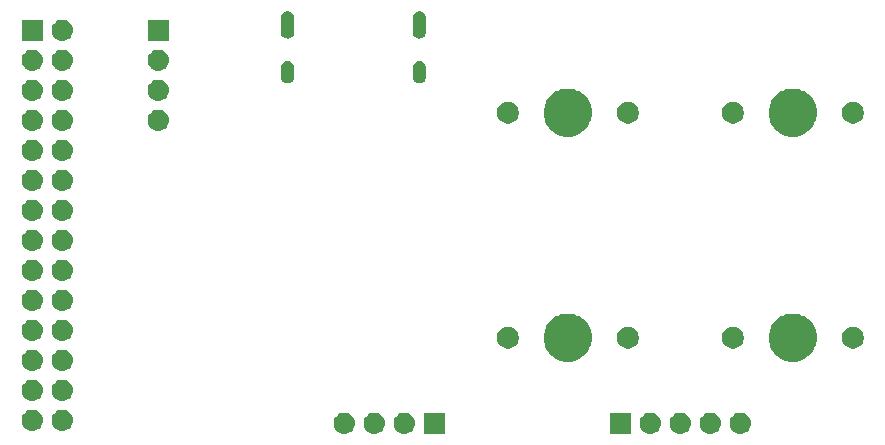
<source format=gbr>
G04 #@! TF.GenerationSoftware,KiCad,Pcbnew,5.1.0*
G04 #@! TF.CreationDate,2019-05-04T21:29:49+08:00*
G04 #@! TF.ProjectId,pcbtest,70636274-6573-4742-9e6b-696361645f70,rev?*
G04 #@! TF.SameCoordinates,Original*
G04 #@! TF.FileFunction,Soldermask,Top*
G04 #@! TF.FilePolarity,Negative*
%FSLAX46Y46*%
G04 Gerber Fmt 4.6, Leading zero omitted, Abs format (unit mm)*
G04 Created by KiCad (PCBNEW 5.1.0) date 2019-05-04 21:29:49*
%MOMM*%
%LPD*%
G04 APERTURE LIST*
%ADD10C,0.100000*%
G04 APERTURE END LIST*
D10*
G36*
X208390443Y-111119519D02*
G01*
X208456627Y-111126037D01*
X208626466Y-111177557D01*
X208782991Y-111261222D01*
X208818729Y-111290552D01*
X208920186Y-111373814D01*
X209003448Y-111475271D01*
X209032778Y-111511009D01*
X209116443Y-111667534D01*
X209167963Y-111837373D01*
X209185359Y-112014000D01*
X209167963Y-112190627D01*
X209116443Y-112360466D01*
X209032778Y-112516991D01*
X209003448Y-112552729D01*
X208920186Y-112654186D01*
X208818729Y-112737448D01*
X208782991Y-112766778D01*
X208626466Y-112850443D01*
X208456627Y-112901963D01*
X208390442Y-112908482D01*
X208324260Y-112915000D01*
X208235740Y-112915000D01*
X208169558Y-112908482D01*
X208103373Y-112901963D01*
X207933534Y-112850443D01*
X207777009Y-112766778D01*
X207741271Y-112737448D01*
X207639814Y-112654186D01*
X207556552Y-112552729D01*
X207527222Y-112516991D01*
X207443557Y-112360466D01*
X207392037Y-112190627D01*
X207374641Y-112014000D01*
X207392037Y-111837373D01*
X207443557Y-111667534D01*
X207527222Y-111511009D01*
X207556552Y-111475271D01*
X207639814Y-111373814D01*
X207741271Y-111290552D01*
X207777009Y-111261222D01*
X207933534Y-111177557D01*
X208103373Y-111126037D01*
X208169557Y-111119519D01*
X208235740Y-111113000D01*
X208324260Y-111113000D01*
X208390443Y-111119519D01*
X208390443Y-111119519D01*
G37*
G36*
X203310443Y-111119519D02*
G01*
X203376627Y-111126037D01*
X203546466Y-111177557D01*
X203702991Y-111261222D01*
X203738729Y-111290552D01*
X203840186Y-111373814D01*
X203923448Y-111475271D01*
X203952778Y-111511009D01*
X204036443Y-111667534D01*
X204087963Y-111837373D01*
X204105359Y-112014000D01*
X204087963Y-112190627D01*
X204036443Y-112360466D01*
X203952778Y-112516991D01*
X203923448Y-112552729D01*
X203840186Y-112654186D01*
X203738729Y-112737448D01*
X203702991Y-112766778D01*
X203546466Y-112850443D01*
X203376627Y-112901963D01*
X203310442Y-112908482D01*
X203244260Y-112915000D01*
X203155740Y-112915000D01*
X203089558Y-112908482D01*
X203023373Y-112901963D01*
X202853534Y-112850443D01*
X202697009Y-112766778D01*
X202661271Y-112737448D01*
X202559814Y-112654186D01*
X202476552Y-112552729D01*
X202447222Y-112516991D01*
X202363557Y-112360466D01*
X202312037Y-112190627D01*
X202294641Y-112014000D01*
X202312037Y-111837373D01*
X202363557Y-111667534D01*
X202447222Y-111511009D01*
X202476552Y-111475271D01*
X202559814Y-111373814D01*
X202661271Y-111290552D01*
X202697009Y-111261222D01*
X202853534Y-111177557D01*
X203023373Y-111126037D01*
X203089557Y-111119519D01*
X203155740Y-111113000D01*
X203244260Y-111113000D01*
X203310443Y-111119519D01*
X203310443Y-111119519D01*
G37*
G36*
X205850443Y-111119519D02*
G01*
X205916627Y-111126037D01*
X206086466Y-111177557D01*
X206242991Y-111261222D01*
X206278729Y-111290552D01*
X206380186Y-111373814D01*
X206463448Y-111475271D01*
X206492778Y-111511009D01*
X206576443Y-111667534D01*
X206627963Y-111837373D01*
X206645359Y-112014000D01*
X206627963Y-112190627D01*
X206576443Y-112360466D01*
X206492778Y-112516991D01*
X206463448Y-112552729D01*
X206380186Y-112654186D01*
X206278729Y-112737448D01*
X206242991Y-112766778D01*
X206086466Y-112850443D01*
X205916627Y-112901963D01*
X205850442Y-112908482D01*
X205784260Y-112915000D01*
X205695740Y-112915000D01*
X205629558Y-112908482D01*
X205563373Y-112901963D01*
X205393534Y-112850443D01*
X205237009Y-112766778D01*
X205201271Y-112737448D01*
X205099814Y-112654186D01*
X205016552Y-112552729D01*
X204987222Y-112516991D01*
X204903557Y-112360466D01*
X204852037Y-112190627D01*
X204834641Y-112014000D01*
X204852037Y-111837373D01*
X204903557Y-111667534D01*
X204987222Y-111511009D01*
X205016552Y-111475271D01*
X205099814Y-111373814D01*
X205201271Y-111290552D01*
X205237009Y-111261222D01*
X205393534Y-111177557D01*
X205563373Y-111126037D01*
X205629557Y-111119519D01*
X205695740Y-111113000D01*
X205784260Y-111113000D01*
X205850443Y-111119519D01*
X205850443Y-111119519D01*
G37*
G36*
X200770443Y-111119519D02*
G01*
X200836627Y-111126037D01*
X201006466Y-111177557D01*
X201162991Y-111261222D01*
X201198729Y-111290552D01*
X201300186Y-111373814D01*
X201383448Y-111475271D01*
X201412778Y-111511009D01*
X201496443Y-111667534D01*
X201547963Y-111837373D01*
X201565359Y-112014000D01*
X201547963Y-112190627D01*
X201496443Y-112360466D01*
X201412778Y-112516991D01*
X201383448Y-112552729D01*
X201300186Y-112654186D01*
X201198729Y-112737448D01*
X201162991Y-112766778D01*
X201006466Y-112850443D01*
X200836627Y-112901963D01*
X200770442Y-112908482D01*
X200704260Y-112915000D01*
X200615740Y-112915000D01*
X200549558Y-112908482D01*
X200483373Y-112901963D01*
X200313534Y-112850443D01*
X200157009Y-112766778D01*
X200121271Y-112737448D01*
X200019814Y-112654186D01*
X199936552Y-112552729D01*
X199907222Y-112516991D01*
X199823557Y-112360466D01*
X199772037Y-112190627D01*
X199754641Y-112014000D01*
X199772037Y-111837373D01*
X199823557Y-111667534D01*
X199907222Y-111511009D01*
X199936552Y-111475271D01*
X200019814Y-111373814D01*
X200121271Y-111290552D01*
X200157009Y-111261222D01*
X200313534Y-111177557D01*
X200483373Y-111126037D01*
X200549557Y-111119519D01*
X200615740Y-111113000D01*
X200704260Y-111113000D01*
X200770443Y-111119519D01*
X200770443Y-111119519D01*
G37*
G36*
X199021000Y-112915000D02*
G01*
X197219000Y-112915000D01*
X197219000Y-111113000D01*
X199021000Y-111113000D01*
X199021000Y-112915000D01*
X199021000Y-112915000D01*
G37*
G36*
X177402443Y-111119519D02*
G01*
X177468627Y-111126037D01*
X177638466Y-111177557D01*
X177794991Y-111261222D01*
X177830729Y-111290552D01*
X177932186Y-111373814D01*
X178015448Y-111475271D01*
X178044778Y-111511009D01*
X178128443Y-111667534D01*
X178179963Y-111837373D01*
X178197359Y-112014000D01*
X178179963Y-112190627D01*
X178128443Y-112360466D01*
X178044778Y-112516991D01*
X178015448Y-112552729D01*
X177932186Y-112654186D01*
X177830729Y-112737448D01*
X177794991Y-112766778D01*
X177638466Y-112850443D01*
X177468627Y-112901963D01*
X177402442Y-112908482D01*
X177336260Y-112915000D01*
X177247740Y-112915000D01*
X177181558Y-112908482D01*
X177115373Y-112901963D01*
X176945534Y-112850443D01*
X176789009Y-112766778D01*
X176753271Y-112737448D01*
X176651814Y-112654186D01*
X176568552Y-112552729D01*
X176539222Y-112516991D01*
X176455557Y-112360466D01*
X176404037Y-112190627D01*
X176386641Y-112014000D01*
X176404037Y-111837373D01*
X176455557Y-111667534D01*
X176539222Y-111511009D01*
X176568552Y-111475271D01*
X176651814Y-111373814D01*
X176753271Y-111290552D01*
X176789009Y-111261222D01*
X176945534Y-111177557D01*
X177115373Y-111126037D01*
X177181557Y-111119519D01*
X177247740Y-111113000D01*
X177336260Y-111113000D01*
X177402443Y-111119519D01*
X177402443Y-111119519D01*
G37*
G36*
X179942443Y-111119519D02*
G01*
X180008627Y-111126037D01*
X180178466Y-111177557D01*
X180334991Y-111261222D01*
X180370729Y-111290552D01*
X180472186Y-111373814D01*
X180555448Y-111475271D01*
X180584778Y-111511009D01*
X180668443Y-111667534D01*
X180719963Y-111837373D01*
X180737359Y-112014000D01*
X180719963Y-112190627D01*
X180668443Y-112360466D01*
X180584778Y-112516991D01*
X180555448Y-112552729D01*
X180472186Y-112654186D01*
X180370729Y-112737448D01*
X180334991Y-112766778D01*
X180178466Y-112850443D01*
X180008627Y-112901963D01*
X179942442Y-112908482D01*
X179876260Y-112915000D01*
X179787740Y-112915000D01*
X179721558Y-112908482D01*
X179655373Y-112901963D01*
X179485534Y-112850443D01*
X179329009Y-112766778D01*
X179293271Y-112737448D01*
X179191814Y-112654186D01*
X179108552Y-112552729D01*
X179079222Y-112516991D01*
X178995557Y-112360466D01*
X178944037Y-112190627D01*
X178926641Y-112014000D01*
X178944037Y-111837373D01*
X178995557Y-111667534D01*
X179079222Y-111511009D01*
X179108552Y-111475271D01*
X179191814Y-111373814D01*
X179293271Y-111290552D01*
X179329009Y-111261222D01*
X179485534Y-111177557D01*
X179655373Y-111126037D01*
X179721557Y-111119519D01*
X179787740Y-111113000D01*
X179876260Y-111113000D01*
X179942443Y-111119519D01*
X179942443Y-111119519D01*
G37*
G36*
X183273000Y-112915000D02*
G01*
X181471000Y-112915000D01*
X181471000Y-111113000D01*
X183273000Y-111113000D01*
X183273000Y-112915000D01*
X183273000Y-112915000D01*
G37*
G36*
X174862443Y-111119519D02*
G01*
X174928627Y-111126037D01*
X175098466Y-111177557D01*
X175254991Y-111261222D01*
X175290729Y-111290552D01*
X175392186Y-111373814D01*
X175475448Y-111475271D01*
X175504778Y-111511009D01*
X175588443Y-111667534D01*
X175639963Y-111837373D01*
X175657359Y-112014000D01*
X175639963Y-112190627D01*
X175588443Y-112360466D01*
X175504778Y-112516991D01*
X175475448Y-112552729D01*
X175392186Y-112654186D01*
X175290729Y-112737448D01*
X175254991Y-112766778D01*
X175098466Y-112850443D01*
X174928627Y-112901963D01*
X174862442Y-112908482D01*
X174796260Y-112915000D01*
X174707740Y-112915000D01*
X174641558Y-112908482D01*
X174575373Y-112901963D01*
X174405534Y-112850443D01*
X174249009Y-112766778D01*
X174213271Y-112737448D01*
X174111814Y-112654186D01*
X174028552Y-112552729D01*
X173999222Y-112516991D01*
X173915557Y-112360466D01*
X173864037Y-112190627D01*
X173846641Y-112014000D01*
X173864037Y-111837373D01*
X173915557Y-111667534D01*
X173999222Y-111511009D01*
X174028552Y-111475271D01*
X174111814Y-111373814D01*
X174213271Y-111290552D01*
X174249009Y-111261222D01*
X174405534Y-111177557D01*
X174575373Y-111126037D01*
X174641557Y-111119519D01*
X174707740Y-111113000D01*
X174796260Y-111113000D01*
X174862443Y-111119519D01*
X174862443Y-111119519D01*
G37*
G36*
X150986442Y-110865518D02*
G01*
X151052627Y-110872037D01*
X151222466Y-110923557D01*
X151378991Y-111007222D01*
X151414729Y-111036552D01*
X151516186Y-111119814D01*
X151599448Y-111221271D01*
X151628778Y-111257009D01*
X151712443Y-111413534D01*
X151763963Y-111583373D01*
X151781359Y-111760000D01*
X151763963Y-111936627D01*
X151712443Y-112106466D01*
X151628778Y-112262991D01*
X151599448Y-112298729D01*
X151516186Y-112400186D01*
X151414729Y-112483448D01*
X151378991Y-112512778D01*
X151222466Y-112596443D01*
X151052627Y-112647963D01*
X150989453Y-112654185D01*
X150920260Y-112661000D01*
X150831740Y-112661000D01*
X150762547Y-112654185D01*
X150699373Y-112647963D01*
X150529534Y-112596443D01*
X150373009Y-112512778D01*
X150337271Y-112483448D01*
X150235814Y-112400186D01*
X150152552Y-112298729D01*
X150123222Y-112262991D01*
X150039557Y-112106466D01*
X149988037Y-111936627D01*
X149970641Y-111760000D01*
X149988037Y-111583373D01*
X150039557Y-111413534D01*
X150123222Y-111257009D01*
X150152552Y-111221271D01*
X150235814Y-111119814D01*
X150337271Y-111036552D01*
X150373009Y-111007222D01*
X150529534Y-110923557D01*
X150699373Y-110872037D01*
X150765558Y-110865518D01*
X150831740Y-110859000D01*
X150920260Y-110859000D01*
X150986442Y-110865518D01*
X150986442Y-110865518D01*
G37*
G36*
X148446442Y-110865518D02*
G01*
X148512627Y-110872037D01*
X148682466Y-110923557D01*
X148838991Y-111007222D01*
X148874729Y-111036552D01*
X148976186Y-111119814D01*
X149059448Y-111221271D01*
X149088778Y-111257009D01*
X149172443Y-111413534D01*
X149223963Y-111583373D01*
X149241359Y-111760000D01*
X149223963Y-111936627D01*
X149172443Y-112106466D01*
X149088778Y-112262991D01*
X149059448Y-112298729D01*
X148976186Y-112400186D01*
X148874729Y-112483448D01*
X148838991Y-112512778D01*
X148682466Y-112596443D01*
X148512627Y-112647963D01*
X148449453Y-112654185D01*
X148380260Y-112661000D01*
X148291740Y-112661000D01*
X148222547Y-112654185D01*
X148159373Y-112647963D01*
X147989534Y-112596443D01*
X147833009Y-112512778D01*
X147797271Y-112483448D01*
X147695814Y-112400186D01*
X147612552Y-112298729D01*
X147583222Y-112262991D01*
X147499557Y-112106466D01*
X147448037Y-111936627D01*
X147430641Y-111760000D01*
X147448037Y-111583373D01*
X147499557Y-111413534D01*
X147583222Y-111257009D01*
X147612552Y-111221271D01*
X147695814Y-111119814D01*
X147797271Y-111036552D01*
X147833009Y-111007222D01*
X147989534Y-110923557D01*
X148159373Y-110872037D01*
X148225558Y-110865518D01*
X148291740Y-110859000D01*
X148380260Y-110859000D01*
X148446442Y-110865518D01*
X148446442Y-110865518D01*
G37*
G36*
X150986443Y-108325519D02*
G01*
X151052627Y-108332037D01*
X151222466Y-108383557D01*
X151378991Y-108467222D01*
X151414729Y-108496552D01*
X151516186Y-108579814D01*
X151599448Y-108681271D01*
X151628778Y-108717009D01*
X151712443Y-108873534D01*
X151763963Y-109043373D01*
X151781359Y-109220000D01*
X151763963Y-109396627D01*
X151712443Y-109566466D01*
X151628778Y-109722991D01*
X151599448Y-109758729D01*
X151516186Y-109860186D01*
X151414729Y-109943448D01*
X151378991Y-109972778D01*
X151222466Y-110056443D01*
X151052627Y-110107963D01*
X150986443Y-110114481D01*
X150920260Y-110121000D01*
X150831740Y-110121000D01*
X150765557Y-110114481D01*
X150699373Y-110107963D01*
X150529534Y-110056443D01*
X150373009Y-109972778D01*
X150337271Y-109943448D01*
X150235814Y-109860186D01*
X150152552Y-109758729D01*
X150123222Y-109722991D01*
X150039557Y-109566466D01*
X149988037Y-109396627D01*
X149970641Y-109220000D01*
X149988037Y-109043373D01*
X150039557Y-108873534D01*
X150123222Y-108717009D01*
X150152552Y-108681271D01*
X150235814Y-108579814D01*
X150337271Y-108496552D01*
X150373009Y-108467222D01*
X150529534Y-108383557D01*
X150699373Y-108332037D01*
X150765557Y-108325519D01*
X150831740Y-108319000D01*
X150920260Y-108319000D01*
X150986443Y-108325519D01*
X150986443Y-108325519D01*
G37*
G36*
X148446443Y-108325519D02*
G01*
X148512627Y-108332037D01*
X148682466Y-108383557D01*
X148838991Y-108467222D01*
X148874729Y-108496552D01*
X148976186Y-108579814D01*
X149059448Y-108681271D01*
X149088778Y-108717009D01*
X149172443Y-108873534D01*
X149223963Y-109043373D01*
X149241359Y-109220000D01*
X149223963Y-109396627D01*
X149172443Y-109566466D01*
X149088778Y-109722991D01*
X149059448Y-109758729D01*
X148976186Y-109860186D01*
X148874729Y-109943448D01*
X148838991Y-109972778D01*
X148682466Y-110056443D01*
X148512627Y-110107963D01*
X148446443Y-110114481D01*
X148380260Y-110121000D01*
X148291740Y-110121000D01*
X148225557Y-110114481D01*
X148159373Y-110107963D01*
X147989534Y-110056443D01*
X147833009Y-109972778D01*
X147797271Y-109943448D01*
X147695814Y-109860186D01*
X147612552Y-109758729D01*
X147583222Y-109722991D01*
X147499557Y-109566466D01*
X147448037Y-109396627D01*
X147430641Y-109220000D01*
X147448037Y-109043373D01*
X147499557Y-108873534D01*
X147583222Y-108717009D01*
X147612552Y-108681271D01*
X147695814Y-108579814D01*
X147797271Y-108496552D01*
X147833009Y-108467222D01*
X147989534Y-108383557D01*
X148159373Y-108332037D01*
X148225557Y-108325519D01*
X148291740Y-108319000D01*
X148380260Y-108319000D01*
X148446443Y-108325519D01*
X148446443Y-108325519D01*
G37*
G36*
X150986443Y-105785519D02*
G01*
X151052627Y-105792037D01*
X151222466Y-105843557D01*
X151378991Y-105927222D01*
X151414729Y-105956552D01*
X151516186Y-106039814D01*
X151599448Y-106141271D01*
X151628778Y-106177009D01*
X151712443Y-106333534D01*
X151763963Y-106503373D01*
X151781359Y-106680000D01*
X151763963Y-106856627D01*
X151712443Y-107026466D01*
X151628778Y-107182991D01*
X151599448Y-107218729D01*
X151516186Y-107320186D01*
X151414729Y-107403448D01*
X151378991Y-107432778D01*
X151222466Y-107516443D01*
X151052627Y-107567963D01*
X150986443Y-107574481D01*
X150920260Y-107581000D01*
X150831740Y-107581000D01*
X150765557Y-107574481D01*
X150699373Y-107567963D01*
X150529534Y-107516443D01*
X150373009Y-107432778D01*
X150337271Y-107403448D01*
X150235814Y-107320186D01*
X150152552Y-107218729D01*
X150123222Y-107182991D01*
X150039557Y-107026466D01*
X149988037Y-106856627D01*
X149970641Y-106680000D01*
X149988037Y-106503373D01*
X150039557Y-106333534D01*
X150123222Y-106177009D01*
X150152552Y-106141271D01*
X150235814Y-106039814D01*
X150337271Y-105956552D01*
X150373009Y-105927222D01*
X150529534Y-105843557D01*
X150699373Y-105792037D01*
X150765557Y-105785519D01*
X150831740Y-105779000D01*
X150920260Y-105779000D01*
X150986443Y-105785519D01*
X150986443Y-105785519D01*
G37*
G36*
X148446443Y-105785519D02*
G01*
X148512627Y-105792037D01*
X148682466Y-105843557D01*
X148838991Y-105927222D01*
X148874729Y-105956552D01*
X148976186Y-106039814D01*
X149059448Y-106141271D01*
X149088778Y-106177009D01*
X149172443Y-106333534D01*
X149223963Y-106503373D01*
X149241359Y-106680000D01*
X149223963Y-106856627D01*
X149172443Y-107026466D01*
X149088778Y-107182991D01*
X149059448Y-107218729D01*
X148976186Y-107320186D01*
X148874729Y-107403448D01*
X148838991Y-107432778D01*
X148682466Y-107516443D01*
X148512627Y-107567963D01*
X148446443Y-107574481D01*
X148380260Y-107581000D01*
X148291740Y-107581000D01*
X148225557Y-107574481D01*
X148159373Y-107567963D01*
X147989534Y-107516443D01*
X147833009Y-107432778D01*
X147797271Y-107403448D01*
X147695814Y-107320186D01*
X147612552Y-107218729D01*
X147583222Y-107182991D01*
X147499557Y-107026466D01*
X147448037Y-106856627D01*
X147430641Y-106680000D01*
X147448037Y-106503373D01*
X147499557Y-106333534D01*
X147583222Y-106177009D01*
X147612552Y-106141271D01*
X147695814Y-106039814D01*
X147797271Y-105956552D01*
X147833009Y-105927222D01*
X147989534Y-105843557D01*
X148159373Y-105792037D01*
X148225557Y-105785519D01*
X148291740Y-105779000D01*
X148380260Y-105779000D01*
X148446443Y-105785519D01*
X148446443Y-105785519D01*
G37*
G36*
X213321474Y-102808684D02*
G01*
X213539474Y-102898983D01*
X213693623Y-102962833D01*
X214028548Y-103186623D01*
X214313377Y-103471452D01*
X214537167Y-103806377D01*
X214569562Y-103884586D01*
X214691316Y-104178526D01*
X214769900Y-104573594D01*
X214769900Y-104976406D01*
X214691316Y-105371474D01*
X214640451Y-105494272D01*
X214537167Y-105743623D01*
X214313377Y-106078548D01*
X214028548Y-106363377D01*
X213693623Y-106587167D01*
X213539474Y-106651017D01*
X213321474Y-106741316D01*
X212926406Y-106819900D01*
X212523594Y-106819900D01*
X212128526Y-106741316D01*
X211910526Y-106651017D01*
X211756377Y-106587167D01*
X211421452Y-106363377D01*
X211136623Y-106078548D01*
X210912833Y-105743623D01*
X210809549Y-105494272D01*
X210758684Y-105371474D01*
X210680100Y-104976406D01*
X210680100Y-104573594D01*
X210758684Y-104178526D01*
X210880438Y-103884586D01*
X210912833Y-103806377D01*
X211136623Y-103471452D01*
X211421452Y-103186623D01*
X211756377Y-102962833D01*
X211910526Y-102898983D01*
X212128526Y-102808684D01*
X212523594Y-102730100D01*
X212926406Y-102730100D01*
X213321474Y-102808684D01*
X213321474Y-102808684D01*
G37*
G36*
X194271474Y-102808684D02*
G01*
X194489474Y-102898983D01*
X194643623Y-102962833D01*
X194978548Y-103186623D01*
X195263377Y-103471452D01*
X195487167Y-103806377D01*
X195519562Y-103884586D01*
X195641316Y-104178526D01*
X195719900Y-104573594D01*
X195719900Y-104976406D01*
X195641316Y-105371474D01*
X195590451Y-105494272D01*
X195487167Y-105743623D01*
X195263377Y-106078548D01*
X194978548Y-106363377D01*
X194643623Y-106587167D01*
X194489474Y-106651017D01*
X194271474Y-106741316D01*
X193876406Y-106819900D01*
X193473594Y-106819900D01*
X193078526Y-106741316D01*
X192860526Y-106651017D01*
X192706377Y-106587167D01*
X192371452Y-106363377D01*
X192086623Y-106078548D01*
X191862833Y-105743623D01*
X191759549Y-105494272D01*
X191708684Y-105371474D01*
X191630100Y-104976406D01*
X191630100Y-104573594D01*
X191708684Y-104178526D01*
X191830438Y-103884586D01*
X191862833Y-103806377D01*
X192086623Y-103471452D01*
X192371452Y-103186623D01*
X192706377Y-102962833D01*
X192860526Y-102898983D01*
X193078526Y-102808684D01*
X193473594Y-102730100D01*
X193876406Y-102730100D01*
X194271474Y-102808684D01*
X194271474Y-102808684D01*
G37*
G36*
X199025104Y-103884585D02*
G01*
X199193626Y-103954389D01*
X199345291Y-104055728D01*
X199474272Y-104184709D01*
X199575611Y-104336374D01*
X199645415Y-104504896D01*
X199681000Y-104683797D01*
X199681000Y-104866203D01*
X199645415Y-105045104D01*
X199575611Y-105213626D01*
X199474272Y-105365291D01*
X199345291Y-105494272D01*
X199193626Y-105595611D01*
X199025104Y-105665415D01*
X198846203Y-105701000D01*
X198663797Y-105701000D01*
X198484896Y-105665415D01*
X198316374Y-105595611D01*
X198164709Y-105494272D01*
X198035728Y-105365291D01*
X197934389Y-105213626D01*
X197864585Y-105045104D01*
X197829000Y-104866203D01*
X197829000Y-104683797D01*
X197864585Y-104504896D01*
X197934389Y-104336374D01*
X198035728Y-104184709D01*
X198164709Y-104055728D01*
X198316374Y-103954389D01*
X198484896Y-103884585D01*
X198663797Y-103849000D01*
X198846203Y-103849000D01*
X199025104Y-103884585D01*
X199025104Y-103884585D01*
G37*
G36*
X207915104Y-103884585D02*
G01*
X208083626Y-103954389D01*
X208235291Y-104055728D01*
X208364272Y-104184709D01*
X208465611Y-104336374D01*
X208535415Y-104504896D01*
X208571000Y-104683797D01*
X208571000Y-104866203D01*
X208535415Y-105045104D01*
X208465611Y-105213626D01*
X208364272Y-105365291D01*
X208235291Y-105494272D01*
X208083626Y-105595611D01*
X207915104Y-105665415D01*
X207736203Y-105701000D01*
X207553797Y-105701000D01*
X207374896Y-105665415D01*
X207206374Y-105595611D01*
X207054709Y-105494272D01*
X206925728Y-105365291D01*
X206824389Y-105213626D01*
X206754585Y-105045104D01*
X206719000Y-104866203D01*
X206719000Y-104683797D01*
X206754585Y-104504896D01*
X206824389Y-104336374D01*
X206925728Y-104184709D01*
X207054709Y-104055728D01*
X207206374Y-103954389D01*
X207374896Y-103884585D01*
X207553797Y-103849000D01*
X207736203Y-103849000D01*
X207915104Y-103884585D01*
X207915104Y-103884585D01*
G37*
G36*
X218075104Y-103884585D02*
G01*
X218243626Y-103954389D01*
X218395291Y-104055728D01*
X218524272Y-104184709D01*
X218625611Y-104336374D01*
X218695415Y-104504896D01*
X218731000Y-104683797D01*
X218731000Y-104866203D01*
X218695415Y-105045104D01*
X218625611Y-105213626D01*
X218524272Y-105365291D01*
X218395291Y-105494272D01*
X218243626Y-105595611D01*
X218075104Y-105665415D01*
X217896203Y-105701000D01*
X217713797Y-105701000D01*
X217534896Y-105665415D01*
X217366374Y-105595611D01*
X217214709Y-105494272D01*
X217085728Y-105365291D01*
X216984389Y-105213626D01*
X216914585Y-105045104D01*
X216879000Y-104866203D01*
X216879000Y-104683797D01*
X216914585Y-104504896D01*
X216984389Y-104336374D01*
X217085728Y-104184709D01*
X217214709Y-104055728D01*
X217366374Y-103954389D01*
X217534896Y-103884585D01*
X217713797Y-103849000D01*
X217896203Y-103849000D01*
X218075104Y-103884585D01*
X218075104Y-103884585D01*
G37*
G36*
X188865104Y-103884585D02*
G01*
X189033626Y-103954389D01*
X189185291Y-104055728D01*
X189314272Y-104184709D01*
X189415611Y-104336374D01*
X189485415Y-104504896D01*
X189521000Y-104683797D01*
X189521000Y-104866203D01*
X189485415Y-105045104D01*
X189415611Y-105213626D01*
X189314272Y-105365291D01*
X189185291Y-105494272D01*
X189033626Y-105595611D01*
X188865104Y-105665415D01*
X188686203Y-105701000D01*
X188503797Y-105701000D01*
X188324896Y-105665415D01*
X188156374Y-105595611D01*
X188004709Y-105494272D01*
X187875728Y-105365291D01*
X187774389Y-105213626D01*
X187704585Y-105045104D01*
X187669000Y-104866203D01*
X187669000Y-104683797D01*
X187704585Y-104504896D01*
X187774389Y-104336374D01*
X187875728Y-104184709D01*
X188004709Y-104055728D01*
X188156374Y-103954389D01*
X188324896Y-103884585D01*
X188503797Y-103849000D01*
X188686203Y-103849000D01*
X188865104Y-103884585D01*
X188865104Y-103884585D01*
G37*
G36*
X148446443Y-103245519D02*
G01*
X148512627Y-103252037D01*
X148682466Y-103303557D01*
X148838991Y-103387222D01*
X148874729Y-103416552D01*
X148976186Y-103499814D01*
X149059448Y-103601271D01*
X149088778Y-103637009D01*
X149172443Y-103793534D01*
X149223963Y-103963373D01*
X149241359Y-104140000D01*
X149223963Y-104316627D01*
X149172443Y-104486466D01*
X149088778Y-104642991D01*
X149059448Y-104678729D01*
X148976186Y-104780186D01*
X148874729Y-104863448D01*
X148838991Y-104892778D01*
X148682466Y-104976443D01*
X148512627Y-105027963D01*
X148446442Y-105034482D01*
X148380260Y-105041000D01*
X148291740Y-105041000D01*
X148225557Y-105034481D01*
X148159373Y-105027963D01*
X147989534Y-104976443D01*
X147833009Y-104892778D01*
X147797271Y-104863448D01*
X147695814Y-104780186D01*
X147612552Y-104678729D01*
X147583222Y-104642991D01*
X147499557Y-104486466D01*
X147448037Y-104316627D01*
X147430641Y-104140000D01*
X147448037Y-103963373D01*
X147499557Y-103793534D01*
X147583222Y-103637009D01*
X147612552Y-103601271D01*
X147695814Y-103499814D01*
X147797271Y-103416552D01*
X147833009Y-103387222D01*
X147989534Y-103303557D01*
X148159373Y-103252037D01*
X148225558Y-103245518D01*
X148291740Y-103239000D01*
X148380260Y-103239000D01*
X148446443Y-103245519D01*
X148446443Y-103245519D01*
G37*
G36*
X150986443Y-103245519D02*
G01*
X151052627Y-103252037D01*
X151222466Y-103303557D01*
X151378991Y-103387222D01*
X151414729Y-103416552D01*
X151516186Y-103499814D01*
X151599448Y-103601271D01*
X151628778Y-103637009D01*
X151712443Y-103793534D01*
X151763963Y-103963373D01*
X151781359Y-104140000D01*
X151763963Y-104316627D01*
X151712443Y-104486466D01*
X151628778Y-104642991D01*
X151599448Y-104678729D01*
X151516186Y-104780186D01*
X151414729Y-104863448D01*
X151378991Y-104892778D01*
X151222466Y-104976443D01*
X151052627Y-105027963D01*
X150986442Y-105034482D01*
X150920260Y-105041000D01*
X150831740Y-105041000D01*
X150765557Y-105034481D01*
X150699373Y-105027963D01*
X150529534Y-104976443D01*
X150373009Y-104892778D01*
X150337271Y-104863448D01*
X150235814Y-104780186D01*
X150152552Y-104678729D01*
X150123222Y-104642991D01*
X150039557Y-104486466D01*
X149988037Y-104316627D01*
X149970641Y-104140000D01*
X149988037Y-103963373D01*
X150039557Y-103793534D01*
X150123222Y-103637009D01*
X150152552Y-103601271D01*
X150235814Y-103499814D01*
X150337271Y-103416552D01*
X150373009Y-103387222D01*
X150529534Y-103303557D01*
X150699373Y-103252037D01*
X150765558Y-103245518D01*
X150831740Y-103239000D01*
X150920260Y-103239000D01*
X150986443Y-103245519D01*
X150986443Y-103245519D01*
G37*
G36*
X148446443Y-100705519D02*
G01*
X148512627Y-100712037D01*
X148682466Y-100763557D01*
X148838991Y-100847222D01*
X148874729Y-100876552D01*
X148976186Y-100959814D01*
X149059448Y-101061271D01*
X149088778Y-101097009D01*
X149172443Y-101253534D01*
X149223963Y-101423373D01*
X149241359Y-101600000D01*
X149223963Y-101776627D01*
X149172443Y-101946466D01*
X149088778Y-102102991D01*
X149059448Y-102138729D01*
X148976186Y-102240186D01*
X148874729Y-102323448D01*
X148838991Y-102352778D01*
X148682466Y-102436443D01*
X148512627Y-102487963D01*
X148446442Y-102494482D01*
X148380260Y-102501000D01*
X148291740Y-102501000D01*
X148225558Y-102494482D01*
X148159373Y-102487963D01*
X147989534Y-102436443D01*
X147833009Y-102352778D01*
X147797271Y-102323448D01*
X147695814Y-102240186D01*
X147612552Y-102138729D01*
X147583222Y-102102991D01*
X147499557Y-101946466D01*
X147448037Y-101776627D01*
X147430641Y-101600000D01*
X147448037Y-101423373D01*
X147499557Y-101253534D01*
X147583222Y-101097009D01*
X147612552Y-101061271D01*
X147695814Y-100959814D01*
X147797271Y-100876552D01*
X147833009Y-100847222D01*
X147989534Y-100763557D01*
X148159373Y-100712037D01*
X148225557Y-100705519D01*
X148291740Y-100699000D01*
X148380260Y-100699000D01*
X148446443Y-100705519D01*
X148446443Y-100705519D01*
G37*
G36*
X150986443Y-100705519D02*
G01*
X151052627Y-100712037D01*
X151222466Y-100763557D01*
X151378991Y-100847222D01*
X151414729Y-100876552D01*
X151516186Y-100959814D01*
X151599448Y-101061271D01*
X151628778Y-101097009D01*
X151712443Y-101253534D01*
X151763963Y-101423373D01*
X151781359Y-101600000D01*
X151763963Y-101776627D01*
X151712443Y-101946466D01*
X151628778Y-102102991D01*
X151599448Y-102138729D01*
X151516186Y-102240186D01*
X151414729Y-102323448D01*
X151378991Y-102352778D01*
X151222466Y-102436443D01*
X151052627Y-102487963D01*
X150986442Y-102494482D01*
X150920260Y-102501000D01*
X150831740Y-102501000D01*
X150765558Y-102494482D01*
X150699373Y-102487963D01*
X150529534Y-102436443D01*
X150373009Y-102352778D01*
X150337271Y-102323448D01*
X150235814Y-102240186D01*
X150152552Y-102138729D01*
X150123222Y-102102991D01*
X150039557Y-101946466D01*
X149988037Y-101776627D01*
X149970641Y-101600000D01*
X149988037Y-101423373D01*
X150039557Y-101253534D01*
X150123222Y-101097009D01*
X150152552Y-101061271D01*
X150235814Y-100959814D01*
X150337271Y-100876552D01*
X150373009Y-100847222D01*
X150529534Y-100763557D01*
X150699373Y-100712037D01*
X150765557Y-100705519D01*
X150831740Y-100699000D01*
X150920260Y-100699000D01*
X150986443Y-100705519D01*
X150986443Y-100705519D01*
G37*
G36*
X150986443Y-98165519D02*
G01*
X151052627Y-98172037D01*
X151222466Y-98223557D01*
X151378991Y-98307222D01*
X151414729Y-98336552D01*
X151516186Y-98419814D01*
X151599448Y-98521271D01*
X151628778Y-98557009D01*
X151712443Y-98713534D01*
X151763963Y-98883373D01*
X151781359Y-99060000D01*
X151763963Y-99236627D01*
X151712443Y-99406466D01*
X151628778Y-99562991D01*
X151599448Y-99598729D01*
X151516186Y-99700186D01*
X151414729Y-99783448D01*
X151378991Y-99812778D01*
X151222466Y-99896443D01*
X151052627Y-99947963D01*
X150986443Y-99954481D01*
X150920260Y-99961000D01*
X150831740Y-99961000D01*
X150765557Y-99954481D01*
X150699373Y-99947963D01*
X150529534Y-99896443D01*
X150373009Y-99812778D01*
X150337271Y-99783448D01*
X150235814Y-99700186D01*
X150152552Y-99598729D01*
X150123222Y-99562991D01*
X150039557Y-99406466D01*
X149988037Y-99236627D01*
X149970641Y-99060000D01*
X149988037Y-98883373D01*
X150039557Y-98713534D01*
X150123222Y-98557009D01*
X150152552Y-98521271D01*
X150235814Y-98419814D01*
X150337271Y-98336552D01*
X150373009Y-98307222D01*
X150529534Y-98223557D01*
X150699373Y-98172037D01*
X150765557Y-98165519D01*
X150831740Y-98159000D01*
X150920260Y-98159000D01*
X150986443Y-98165519D01*
X150986443Y-98165519D01*
G37*
G36*
X148446443Y-98165519D02*
G01*
X148512627Y-98172037D01*
X148682466Y-98223557D01*
X148838991Y-98307222D01*
X148874729Y-98336552D01*
X148976186Y-98419814D01*
X149059448Y-98521271D01*
X149088778Y-98557009D01*
X149172443Y-98713534D01*
X149223963Y-98883373D01*
X149241359Y-99060000D01*
X149223963Y-99236627D01*
X149172443Y-99406466D01*
X149088778Y-99562991D01*
X149059448Y-99598729D01*
X148976186Y-99700186D01*
X148874729Y-99783448D01*
X148838991Y-99812778D01*
X148682466Y-99896443D01*
X148512627Y-99947963D01*
X148446443Y-99954481D01*
X148380260Y-99961000D01*
X148291740Y-99961000D01*
X148225557Y-99954481D01*
X148159373Y-99947963D01*
X147989534Y-99896443D01*
X147833009Y-99812778D01*
X147797271Y-99783448D01*
X147695814Y-99700186D01*
X147612552Y-99598729D01*
X147583222Y-99562991D01*
X147499557Y-99406466D01*
X147448037Y-99236627D01*
X147430641Y-99060000D01*
X147448037Y-98883373D01*
X147499557Y-98713534D01*
X147583222Y-98557009D01*
X147612552Y-98521271D01*
X147695814Y-98419814D01*
X147797271Y-98336552D01*
X147833009Y-98307222D01*
X147989534Y-98223557D01*
X148159373Y-98172037D01*
X148225557Y-98165519D01*
X148291740Y-98159000D01*
X148380260Y-98159000D01*
X148446443Y-98165519D01*
X148446443Y-98165519D01*
G37*
G36*
X148446442Y-95625518D02*
G01*
X148512627Y-95632037D01*
X148682466Y-95683557D01*
X148838991Y-95767222D01*
X148874729Y-95796552D01*
X148976186Y-95879814D01*
X149059448Y-95981271D01*
X149088778Y-96017009D01*
X149172443Y-96173534D01*
X149223963Y-96343373D01*
X149241359Y-96520000D01*
X149223963Y-96696627D01*
X149172443Y-96866466D01*
X149088778Y-97022991D01*
X149059448Y-97058729D01*
X148976186Y-97160186D01*
X148874729Y-97243448D01*
X148838991Y-97272778D01*
X148682466Y-97356443D01*
X148512627Y-97407963D01*
X148446442Y-97414482D01*
X148380260Y-97421000D01*
X148291740Y-97421000D01*
X148225558Y-97414482D01*
X148159373Y-97407963D01*
X147989534Y-97356443D01*
X147833009Y-97272778D01*
X147797271Y-97243448D01*
X147695814Y-97160186D01*
X147612552Y-97058729D01*
X147583222Y-97022991D01*
X147499557Y-96866466D01*
X147448037Y-96696627D01*
X147430641Y-96520000D01*
X147448037Y-96343373D01*
X147499557Y-96173534D01*
X147583222Y-96017009D01*
X147612552Y-95981271D01*
X147695814Y-95879814D01*
X147797271Y-95796552D01*
X147833009Y-95767222D01*
X147989534Y-95683557D01*
X148159373Y-95632037D01*
X148225558Y-95625518D01*
X148291740Y-95619000D01*
X148380260Y-95619000D01*
X148446442Y-95625518D01*
X148446442Y-95625518D01*
G37*
G36*
X150986442Y-95625518D02*
G01*
X151052627Y-95632037D01*
X151222466Y-95683557D01*
X151378991Y-95767222D01*
X151414729Y-95796552D01*
X151516186Y-95879814D01*
X151599448Y-95981271D01*
X151628778Y-96017009D01*
X151712443Y-96173534D01*
X151763963Y-96343373D01*
X151781359Y-96520000D01*
X151763963Y-96696627D01*
X151712443Y-96866466D01*
X151628778Y-97022991D01*
X151599448Y-97058729D01*
X151516186Y-97160186D01*
X151414729Y-97243448D01*
X151378991Y-97272778D01*
X151222466Y-97356443D01*
X151052627Y-97407963D01*
X150986442Y-97414482D01*
X150920260Y-97421000D01*
X150831740Y-97421000D01*
X150765558Y-97414482D01*
X150699373Y-97407963D01*
X150529534Y-97356443D01*
X150373009Y-97272778D01*
X150337271Y-97243448D01*
X150235814Y-97160186D01*
X150152552Y-97058729D01*
X150123222Y-97022991D01*
X150039557Y-96866466D01*
X149988037Y-96696627D01*
X149970641Y-96520000D01*
X149988037Y-96343373D01*
X150039557Y-96173534D01*
X150123222Y-96017009D01*
X150152552Y-95981271D01*
X150235814Y-95879814D01*
X150337271Y-95796552D01*
X150373009Y-95767222D01*
X150529534Y-95683557D01*
X150699373Y-95632037D01*
X150765558Y-95625518D01*
X150831740Y-95619000D01*
X150920260Y-95619000D01*
X150986442Y-95625518D01*
X150986442Y-95625518D01*
G37*
G36*
X148446443Y-93085519D02*
G01*
X148512627Y-93092037D01*
X148682466Y-93143557D01*
X148838991Y-93227222D01*
X148874729Y-93256552D01*
X148976186Y-93339814D01*
X149059448Y-93441271D01*
X149088778Y-93477009D01*
X149172443Y-93633534D01*
X149223963Y-93803373D01*
X149241359Y-93980000D01*
X149223963Y-94156627D01*
X149172443Y-94326466D01*
X149088778Y-94482991D01*
X149059448Y-94518729D01*
X148976186Y-94620186D01*
X148874729Y-94703448D01*
X148838991Y-94732778D01*
X148682466Y-94816443D01*
X148512627Y-94867963D01*
X148446443Y-94874481D01*
X148380260Y-94881000D01*
X148291740Y-94881000D01*
X148225557Y-94874481D01*
X148159373Y-94867963D01*
X147989534Y-94816443D01*
X147833009Y-94732778D01*
X147797271Y-94703448D01*
X147695814Y-94620186D01*
X147612552Y-94518729D01*
X147583222Y-94482991D01*
X147499557Y-94326466D01*
X147448037Y-94156627D01*
X147430641Y-93980000D01*
X147448037Y-93803373D01*
X147499557Y-93633534D01*
X147583222Y-93477009D01*
X147612552Y-93441271D01*
X147695814Y-93339814D01*
X147797271Y-93256552D01*
X147833009Y-93227222D01*
X147989534Y-93143557D01*
X148159373Y-93092037D01*
X148225557Y-93085519D01*
X148291740Y-93079000D01*
X148380260Y-93079000D01*
X148446443Y-93085519D01*
X148446443Y-93085519D01*
G37*
G36*
X150986443Y-93085519D02*
G01*
X151052627Y-93092037D01*
X151222466Y-93143557D01*
X151378991Y-93227222D01*
X151414729Y-93256552D01*
X151516186Y-93339814D01*
X151599448Y-93441271D01*
X151628778Y-93477009D01*
X151712443Y-93633534D01*
X151763963Y-93803373D01*
X151781359Y-93980000D01*
X151763963Y-94156627D01*
X151712443Y-94326466D01*
X151628778Y-94482991D01*
X151599448Y-94518729D01*
X151516186Y-94620186D01*
X151414729Y-94703448D01*
X151378991Y-94732778D01*
X151222466Y-94816443D01*
X151052627Y-94867963D01*
X150986443Y-94874481D01*
X150920260Y-94881000D01*
X150831740Y-94881000D01*
X150765557Y-94874481D01*
X150699373Y-94867963D01*
X150529534Y-94816443D01*
X150373009Y-94732778D01*
X150337271Y-94703448D01*
X150235814Y-94620186D01*
X150152552Y-94518729D01*
X150123222Y-94482991D01*
X150039557Y-94326466D01*
X149988037Y-94156627D01*
X149970641Y-93980000D01*
X149988037Y-93803373D01*
X150039557Y-93633534D01*
X150123222Y-93477009D01*
X150152552Y-93441271D01*
X150235814Y-93339814D01*
X150337271Y-93256552D01*
X150373009Y-93227222D01*
X150529534Y-93143557D01*
X150699373Y-93092037D01*
X150765557Y-93085519D01*
X150831740Y-93079000D01*
X150920260Y-93079000D01*
X150986443Y-93085519D01*
X150986443Y-93085519D01*
G37*
G36*
X148446443Y-90545519D02*
G01*
X148512627Y-90552037D01*
X148682466Y-90603557D01*
X148838991Y-90687222D01*
X148874729Y-90716552D01*
X148976186Y-90799814D01*
X149059448Y-90901271D01*
X149088778Y-90937009D01*
X149172443Y-91093534D01*
X149223963Y-91263373D01*
X149241359Y-91440000D01*
X149223963Y-91616627D01*
X149172443Y-91786466D01*
X149088778Y-91942991D01*
X149059448Y-91978729D01*
X148976186Y-92080186D01*
X148874729Y-92163448D01*
X148838991Y-92192778D01*
X148682466Y-92276443D01*
X148512627Y-92327963D01*
X148446443Y-92334481D01*
X148380260Y-92341000D01*
X148291740Y-92341000D01*
X148225557Y-92334481D01*
X148159373Y-92327963D01*
X147989534Y-92276443D01*
X147833009Y-92192778D01*
X147797271Y-92163448D01*
X147695814Y-92080186D01*
X147612552Y-91978729D01*
X147583222Y-91942991D01*
X147499557Y-91786466D01*
X147448037Y-91616627D01*
X147430641Y-91440000D01*
X147448037Y-91263373D01*
X147499557Y-91093534D01*
X147583222Y-90937009D01*
X147612552Y-90901271D01*
X147695814Y-90799814D01*
X147797271Y-90716552D01*
X147833009Y-90687222D01*
X147989534Y-90603557D01*
X148159373Y-90552037D01*
X148225557Y-90545519D01*
X148291740Y-90539000D01*
X148380260Y-90539000D01*
X148446443Y-90545519D01*
X148446443Y-90545519D01*
G37*
G36*
X150986443Y-90545519D02*
G01*
X151052627Y-90552037D01*
X151222466Y-90603557D01*
X151378991Y-90687222D01*
X151414729Y-90716552D01*
X151516186Y-90799814D01*
X151599448Y-90901271D01*
X151628778Y-90937009D01*
X151712443Y-91093534D01*
X151763963Y-91263373D01*
X151781359Y-91440000D01*
X151763963Y-91616627D01*
X151712443Y-91786466D01*
X151628778Y-91942991D01*
X151599448Y-91978729D01*
X151516186Y-92080186D01*
X151414729Y-92163448D01*
X151378991Y-92192778D01*
X151222466Y-92276443D01*
X151052627Y-92327963D01*
X150986443Y-92334481D01*
X150920260Y-92341000D01*
X150831740Y-92341000D01*
X150765557Y-92334481D01*
X150699373Y-92327963D01*
X150529534Y-92276443D01*
X150373009Y-92192778D01*
X150337271Y-92163448D01*
X150235814Y-92080186D01*
X150152552Y-91978729D01*
X150123222Y-91942991D01*
X150039557Y-91786466D01*
X149988037Y-91616627D01*
X149970641Y-91440000D01*
X149988037Y-91263373D01*
X150039557Y-91093534D01*
X150123222Y-90937009D01*
X150152552Y-90901271D01*
X150235814Y-90799814D01*
X150337271Y-90716552D01*
X150373009Y-90687222D01*
X150529534Y-90603557D01*
X150699373Y-90552037D01*
X150765557Y-90545519D01*
X150831740Y-90539000D01*
X150920260Y-90539000D01*
X150986443Y-90545519D01*
X150986443Y-90545519D01*
G37*
G36*
X150986443Y-88005519D02*
G01*
X151052627Y-88012037D01*
X151222466Y-88063557D01*
X151378991Y-88147222D01*
X151414729Y-88176552D01*
X151516186Y-88259814D01*
X151599448Y-88361271D01*
X151628778Y-88397009D01*
X151712443Y-88553534D01*
X151763963Y-88723373D01*
X151781359Y-88900000D01*
X151763963Y-89076627D01*
X151712443Y-89246466D01*
X151628778Y-89402991D01*
X151599448Y-89438729D01*
X151516186Y-89540186D01*
X151414729Y-89623448D01*
X151378991Y-89652778D01*
X151222466Y-89736443D01*
X151052627Y-89787963D01*
X150986443Y-89794481D01*
X150920260Y-89801000D01*
X150831740Y-89801000D01*
X150765557Y-89794481D01*
X150699373Y-89787963D01*
X150529534Y-89736443D01*
X150373009Y-89652778D01*
X150337271Y-89623448D01*
X150235814Y-89540186D01*
X150152552Y-89438729D01*
X150123222Y-89402991D01*
X150039557Y-89246466D01*
X149988037Y-89076627D01*
X149970641Y-88900000D01*
X149988037Y-88723373D01*
X150039557Y-88553534D01*
X150123222Y-88397009D01*
X150152552Y-88361271D01*
X150235814Y-88259814D01*
X150337271Y-88176552D01*
X150373009Y-88147222D01*
X150529534Y-88063557D01*
X150699373Y-88012037D01*
X150765557Y-88005519D01*
X150831740Y-87999000D01*
X150920260Y-87999000D01*
X150986443Y-88005519D01*
X150986443Y-88005519D01*
G37*
G36*
X148446443Y-88005519D02*
G01*
X148512627Y-88012037D01*
X148682466Y-88063557D01*
X148838991Y-88147222D01*
X148874729Y-88176552D01*
X148976186Y-88259814D01*
X149059448Y-88361271D01*
X149088778Y-88397009D01*
X149172443Y-88553534D01*
X149223963Y-88723373D01*
X149241359Y-88900000D01*
X149223963Y-89076627D01*
X149172443Y-89246466D01*
X149088778Y-89402991D01*
X149059448Y-89438729D01*
X148976186Y-89540186D01*
X148874729Y-89623448D01*
X148838991Y-89652778D01*
X148682466Y-89736443D01*
X148512627Y-89787963D01*
X148446443Y-89794481D01*
X148380260Y-89801000D01*
X148291740Y-89801000D01*
X148225557Y-89794481D01*
X148159373Y-89787963D01*
X147989534Y-89736443D01*
X147833009Y-89652778D01*
X147797271Y-89623448D01*
X147695814Y-89540186D01*
X147612552Y-89438729D01*
X147583222Y-89402991D01*
X147499557Y-89246466D01*
X147448037Y-89076627D01*
X147430641Y-88900000D01*
X147448037Y-88723373D01*
X147499557Y-88553534D01*
X147583222Y-88397009D01*
X147612552Y-88361271D01*
X147695814Y-88259814D01*
X147797271Y-88176552D01*
X147833009Y-88147222D01*
X147989534Y-88063557D01*
X148159373Y-88012037D01*
X148225557Y-88005519D01*
X148291740Y-87999000D01*
X148380260Y-87999000D01*
X148446443Y-88005519D01*
X148446443Y-88005519D01*
G37*
G36*
X213321474Y-83758684D02*
G01*
X213539474Y-83848983D01*
X213693623Y-83912833D01*
X214028548Y-84136623D01*
X214313377Y-84421452D01*
X214537167Y-84756377D01*
X214569562Y-84834586D01*
X214691316Y-85128526D01*
X214769900Y-85523594D01*
X214769900Y-85926406D01*
X214691316Y-86321474D01*
X214640451Y-86444272D01*
X214537167Y-86693623D01*
X214313377Y-87028548D01*
X214028548Y-87313377D01*
X213693623Y-87537167D01*
X213539474Y-87601017D01*
X213321474Y-87691316D01*
X212926406Y-87769900D01*
X212523594Y-87769900D01*
X212128526Y-87691316D01*
X211910526Y-87601017D01*
X211756377Y-87537167D01*
X211421452Y-87313377D01*
X211136623Y-87028548D01*
X210912833Y-86693623D01*
X210809549Y-86444272D01*
X210758684Y-86321474D01*
X210680100Y-85926406D01*
X210680100Y-85523594D01*
X210758684Y-85128526D01*
X210880438Y-84834586D01*
X210912833Y-84756377D01*
X211136623Y-84421452D01*
X211421452Y-84136623D01*
X211756377Y-83912833D01*
X211910526Y-83848983D01*
X212128526Y-83758684D01*
X212523594Y-83680100D01*
X212926406Y-83680100D01*
X213321474Y-83758684D01*
X213321474Y-83758684D01*
G37*
G36*
X194271474Y-83758684D02*
G01*
X194489474Y-83848983D01*
X194643623Y-83912833D01*
X194978548Y-84136623D01*
X195263377Y-84421452D01*
X195487167Y-84756377D01*
X195519562Y-84834586D01*
X195641316Y-85128526D01*
X195719900Y-85523594D01*
X195719900Y-85926406D01*
X195641316Y-86321474D01*
X195590451Y-86444272D01*
X195487167Y-86693623D01*
X195263377Y-87028548D01*
X194978548Y-87313377D01*
X194643623Y-87537167D01*
X194489474Y-87601017D01*
X194271474Y-87691316D01*
X193876406Y-87769900D01*
X193473594Y-87769900D01*
X193078526Y-87691316D01*
X192860526Y-87601017D01*
X192706377Y-87537167D01*
X192371452Y-87313377D01*
X192086623Y-87028548D01*
X191862833Y-86693623D01*
X191759549Y-86444272D01*
X191708684Y-86321474D01*
X191630100Y-85926406D01*
X191630100Y-85523594D01*
X191708684Y-85128526D01*
X191830438Y-84834586D01*
X191862833Y-84756377D01*
X192086623Y-84421452D01*
X192371452Y-84136623D01*
X192706377Y-83912833D01*
X192860526Y-83848983D01*
X193078526Y-83758684D01*
X193473594Y-83680100D01*
X193876406Y-83680100D01*
X194271474Y-83758684D01*
X194271474Y-83758684D01*
G37*
G36*
X159114442Y-85465518D02*
G01*
X159180627Y-85472037D01*
X159350466Y-85523557D01*
X159506991Y-85607222D01*
X159542729Y-85636552D01*
X159644186Y-85719814D01*
X159723289Y-85816203D01*
X159756778Y-85857009D01*
X159840443Y-86013534D01*
X159891963Y-86183373D01*
X159909359Y-86360000D01*
X159891963Y-86536627D01*
X159840443Y-86706466D01*
X159756778Y-86862991D01*
X159727448Y-86898729D01*
X159644186Y-87000186D01*
X159542729Y-87083448D01*
X159506991Y-87112778D01*
X159350466Y-87196443D01*
X159180627Y-87247963D01*
X159114442Y-87254482D01*
X159048260Y-87261000D01*
X158959740Y-87261000D01*
X158893558Y-87254482D01*
X158827373Y-87247963D01*
X158657534Y-87196443D01*
X158501009Y-87112778D01*
X158465271Y-87083448D01*
X158363814Y-87000186D01*
X158280552Y-86898729D01*
X158251222Y-86862991D01*
X158167557Y-86706466D01*
X158116037Y-86536627D01*
X158098641Y-86360000D01*
X158116037Y-86183373D01*
X158167557Y-86013534D01*
X158251222Y-85857009D01*
X158284711Y-85816203D01*
X158363814Y-85719814D01*
X158465271Y-85636552D01*
X158501009Y-85607222D01*
X158657534Y-85523557D01*
X158827373Y-85472037D01*
X158893558Y-85465518D01*
X158959740Y-85459000D01*
X159048260Y-85459000D01*
X159114442Y-85465518D01*
X159114442Y-85465518D01*
G37*
G36*
X148446442Y-85465518D02*
G01*
X148512627Y-85472037D01*
X148682466Y-85523557D01*
X148838991Y-85607222D01*
X148874729Y-85636552D01*
X148976186Y-85719814D01*
X149055289Y-85816203D01*
X149088778Y-85857009D01*
X149172443Y-86013534D01*
X149223963Y-86183373D01*
X149241359Y-86360000D01*
X149223963Y-86536627D01*
X149172443Y-86706466D01*
X149088778Y-86862991D01*
X149059448Y-86898729D01*
X148976186Y-87000186D01*
X148874729Y-87083448D01*
X148838991Y-87112778D01*
X148682466Y-87196443D01*
X148512627Y-87247963D01*
X148446442Y-87254482D01*
X148380260Y-87261000D01*
X148291740Y-87261000D01*
X148225558Y-87254482D01*
X148159373Y-87247963D01*
X147989534Y-87196443D01*
X147833009Y-87112778D01*
X147797271Y-87083448D01*
X147695814Y-87000186D01*
X147612552Y-86898729D01*
X147583222Y-86862991D01*
X147499557Y-86706466D01*
X147448037Y-86536627D01*
X147430641Y-86360000D01*
X147448037Y-86183373D01*
X147499557Y-86013534D01*
X147583222Y-85857009D01*
X147616711Y-85816203D01*
X147695814Y-85719814D01*
X147797271Y-85636552D01*
X147833009Y-85607222D01*
X147989534Y-85523557D01*
X148159373Y-85472037D01*
X148225558Y-85465518D01*
X148291740Y-85459000D01*
X148380260Y-85459000D01*
X148446442Y-85465518D01*
X148446442Y-85465518D01*
G37*
G36*
X150986442Y-85465518D02*
G01*
X151052627Y-85472037D01*
X151222466Y-85523557D01*
X151378991Y-85607222D01*
X151414729Y-85636552D01*
X151516186Y-85719814D01*
X151595289Y-85816203D01*
X151628778Y-85857009D01*
X151712443Y-86013534D01*
X151763963Y-86183373D01*
X151781359Y-86360000D01*
X151763963Y-86536627D01*
X151712443Y-86706466D01*
X151628778Y-86862991D01*
X151599448Y-86898729D01*
X151516186Y-87000186D01*
X151414729Y-87083448D01*
X151378991Y-87112778D01*
X151222466Y-87196443D01*
X151052627Y-87247963D01*
X150986442Y-87254482D01*
X150920260Y-87261000D01*
X150831740Y-87261000D01*
X150765558Y-87254482D01*
X150699373Y-87247963D01*
X150529534Y-87196443D01*
X150373009Y-87112778D01*
X150337271Y-87083448D01*
X150235814Y-87000186D01*
X150152552Y-86898729D01*
X150123222Y-86862991D01*
X150039557Y-86706466D01*
X149988037Y-86536627D01*
X149970641Y-86360000D01*
X149988037Y-86183373D01*
X150039557Y-86013534D01*
X150123222Y-85857009D01*
X150156711Y-85816203D01*
X150235814Y-85719814D01*
X150337271Y-85636552D01*
X150373009Y-85607222D01*
X150529534Y-85523557D01*
X150699373Y-85472037D01*
X150765558Y-85465518D01*
X150831740Y-85459000D01*
X150920260Y-85459000D01*
X150986442Y-85465518D01*
X150986442Y-85465518D01*
G37*
G36*
X218075104Y-84834585D02*
G01*
X218243626Y-84904389D01*
X218395291Y-85005728D01*
X218524272Y-85134709D01*
X218625611Y-85286374D01*
X218695415Y-85454896D01*
X218731000Y-85633797D01*
X218731000Y-85816203D01*
X218695415Y-85995104D01*
X218625611Y-86163626D01*
X218524272Y-86315291D01*
X218395291Y-86444272D01*
X218243626Y-86545611D01*
X218075104Y-86615415D01*
X217896203Y-86651000D01*
X217713797Y-86651000D01*
X217534896Y-86615415D01*
X217366374Y-86545611D01*
X217214709Y-86444272D01*
X217085728Y-86315291D01*
X216984389Y-86163626D01*
X216914585Y-85995104D01*
X216879000Y-85816203D01*
X216879000Y-85633797D01*
X216914585Y-85454896D01*
X216984389Y-85286374D01*
X217085728Y-85134709D01*
X217214709Y-85005728D01*
X217366374Y-84904389D01*
X217534896Y-84834585D01*
X217713797Y-84799000D01*
X217896203Y-84799000D01*
X218075104Y-84834585D01*
X218075104Y-84834585D01*
G37*
G36*
X207915104Y-84834585D02*
G01*
X208083626Y-84904389D01*
X208235291Y-85005728D01*
X208364272Y-85134709D01*
X208465611Y-85286374D01*
X208535415Y-85454896D01*
X208571000Y-85633797D01*
X208571000Y-85816203D01*
X208535415Y-85995104D01*
X208465611Y-86163626D01*
X208364272Y-86315291D01*
X208235291Y-86444272D01*
X208083626Y-86545611D01*
X207915104Y-86615415D01*
X207736203Y-86651000D01*
X207553797Y-86651000D01*
X207374896Y-86615415D01*
X207206374Y-86545611D01*
X207054709Y-86444272D01*
X206925728Y-86315291D01*
X206824389Y-86163626D01*
X206754585Y-85995104D01*
X206719000Y-85816203D01*
X206719000Y-85633797D01*
X206754585Y-85454896D01*
X206824389Y-85286374D01*
X206925728Y-85134709D01*
X207054709Y-85005728D01*
X207206374Y-84904389D01*
X207374896Y-84834585D01*
X207553797Y-84799000D01*
X207736203Y-84799000D01*
X207915104Y-84834585D01*
X207915104Y-84834585D01*
G37*
G36*
X199025104Y-84834585D02*
G01*
X199193626Y-84904389D01*
X199345291Y-85005728D01*
X199474272Y-85134709D01*
X199575611Y-85286374D01*
X199645415Y-85454896D01*
X199681000Y-85633797D01*
X199681000Y-85816203D01*
X199645415Y-85995104D01*
X199575611Y-86163626D01*
X199474272Y-86315291D01*
X199345291Y-86444272D01*
X199193626Y-86545611D01*
X199025104Y-86615415D01*
X198846203Y-86651000D01*
X198663797Y-86651000D01*
X198484896Y-86615415D01*
X198316374Y-86545611D01*
X198164709Y-86444272D01*
X198035728Y-86315291D01*
X197934389Y-86163626D01*
X197864585Y-85995104D01*
X197829000Y-85816203D01*
X197829000Y-85633797D01*
X197864585Y-85454896D01*
X197934389Y-85286374D01*
X198035728Y-85134709D01*
X198164709Y-85005728D01*
X198316374Y-84904389D01*
X198484896Y-84834585D01*
X198663797Y-84799000D01*
X198846203Y-84799000D01*
X199025104Y-84834585D01*
X199025104Y-84834585D01*
G37*
G36*
X188865104Y-84834585D02*
G01*
X189033626Y-84904389D01*
X189185291Y-85005728D01*
X189314272Y-85134709D01*
X189415611Y-85286374D01*
X189485415Y-85454896D01*
X189521000Y-85633797D01*
X189521000Y-85816203D01*
X189485415Y-85995104D01*
X189415611Y-86163626D01*
X189314272Y-86315291D01*
X189185291Y-86444272D01*
X189033626Y-86545611D01*
X188865104Y-86615415D01*
X188686203Y-86651000D01*
X188503797Y-86651000D01*
X188324896Y-86615415D01*
X188156374Y-86545611D01*
X188004709Y-86444272D01*
X187875728Y-86315291D01*
X187774389Y-86163626D01*
X187704585Y-85995104D01*
X187669000Y-85816203D01*
X187669000Y-85633797D01*
X187704585Y-85454896D01*
X187774389Y-85286374D01*
X187875728Y-85134709D01*
X188004709Y-85005728D01*
X188156374Y-84904389D01*
X188324896Y-84834585D01*
X188503797Y-84799000D01*
X188686203Y-84799000D01*
X188865104Y-84834585D01*
X188865104Y-84834585D01*
G37*
G36*
X150986443Y-82925519D02*
G01*
X151052627Y-82932037D01*
X151222466Y-82983557D01*
X151378991Y-83067222D01*
X151408575Y-83091501D01*
X151516186Y-83179814D01*
X151599448Y-83281271D01*
X151628778Y-83317009D01*
X151712443Y-83473534D01*
X151763963Y-83643373D01*
X151781359Y-83820000D01*
X151763963Y-83996627D01*
X151712443Y-84166466D01*
X151628778Y-84322991D01*
X151599448Y-84358729D01*
X151516186Y-84460186D01*
X151414729Y-84543448D01*
X151378991Y-84572778D01*
X151222466Y-84656443D01*
X151052627Y-84707963D01*
X150986443Y-84714481D01*
X150920260Y-84721000D01*
X150831740Y-84721000D01*
X150765557Y-84714481D01*
X150699373Y-84707963D01*
X150529534Y-84656443D01*
X150373009Y-84572778D01*
X150337271Y-84543448D01*
X150235814Y-84460186D01*
X150152552Y-84358729D01*
X150123222Y-84322991D01*
X150039557Y-84166466D01*
X149988037Y-83996627D01*
X149970641Y-83820000D01*
X149988037Y-83643373D01*
X150039557Y-83473534D01*
X150123222Y-83317009D01*
X150152552Y-83281271D01*
X150235814Y-83179814D01*
X150343425Y-83091501D01*
X150373009Y-83067222D01*
X150529534Y-82983557D01*
X150699373Y-82932037D01*
X150765557Y-82925519D01*
X150831740Y-82919000D01*
X150920260Y-82919000D01*
X150986443Y-82925519D01*
X150986443Y-82925519D01*
G37*
G36*
X159114443Y-82925519D02*
G01*
X159180627Y-82932037D01*
X159350466Y-82983557D01*
X159506991Y-83067222D01*
X159536575Y-83091501D01*
X159644186Y-83179814D01*
X159727448Y-83281271D01*
X159756778Y-83317009D01*
X159840443Y-83473534D01*
X159891963Y-83643373D01*
X159909359Y-83820000D01*
X159891963Y-83996627D01*
X159840443Y-84166466D01*
X159756778Y-84322991D01*
X159727448Y-84358729D01*
X159644186Y-84460186D01*
X159542729Y-84543448D01*
X159506991Y-84572778D01*
X159350466Y-84656443D01*
X159180627Y-84707963D01*
X159114443Y-84714481D01*
X159048260Y-84721000D01*
X158959740Y-84721000D01*
X158893557Y-84714481D01*
X158827373Y-84707963D01*
X158657534Y-84656443D01*
X158501009Y-84572778D01*
X158465271Y-84543448D01*
X158363814Y-84460186D01*
X158280552Y-84358729D01*
X158251222Y-84322991D01*
X158167557Y-84166466D01*
X158116037Y-83996627D01*
X158098641Y-83820000D01*
X158116037Y-83643373D01*
X158167557Y-83473534D01*
X158251222Y-83317009D01*
X158280552Y-83281271D01*
X158363814Y-83179814D01*
X158471425Y-83091501D01*
X158501009Y-83067222D01*
X158657534Y-82983557D01*
X158827373Y-82932037D01*
X158893557Y-82925519D01*
X158959740Y-82919000D01*
X159048260Y-82919000D01*
X159114443Y-82925519D01*
X159114443Y-82925519D01*
G37*
G36*
X148446443Y-82925519D02*
G01*
X148512627Y-82932037D01*
X148682466Y-82983557D01*
X148838991Y-83067222D01*
X148868575Y-83091501D01*
X148976186Y-83179814D01*
X149059448Y-83281271D01*
X149088778Y-83317009D01*
X149172443Y-83473534D01*
X149223963Y-83643373D01*
X149241359Y-83820000D01*
X149223963Y-83996627D01*
X149172443Y-84166466D01*
X149088778Y-84322991D01*
X149059448Y-84358729D01*
X148976186Y-84460186D01*
X148874729Y-84543448D01*
X148838991Y-84572778D01*
X148682466Y-84656443D01*
X148512627Y-84707963D01*
X148446443Y-84714481D01*
X148380260Y-84721000D01*
X148291740Y-84721000D01*
X148225557Y-84714481D01*
X148159373Y-84707963D01*
X147989534Y-84656443D01*
X147833009Y-84572778D01*
X147797271Y-84543448D01*
X147695814Y-84460186D01*
X147612552Y-84358729D01*
X147583222Y-84322991D01*
X147499557Y-84166466D01*
X147448037Y-83996627D01*
X147430641Y-83820000D01*
X147448037Y-83643373D01*
X147499557Y-83473534D01*
X147583222Y-83317009D01*
X147612552Y-83281271D01*
X147695814Y-83179814D01*
X147803425Y-83091501D01*
X147833009Y-83067222D01*
X147989534Y-82983557D01*
X148159373Y-82932037D01*
X148225557Y-82925519D01*
X148291740Y-82919000D01*
X148380260Y-82919000D01*
X148446443Y-82925519D01*
X148446443Y-82925519D01*
G37*
G36*
X181197015Y-81356973D02*
G01*
X181300879Y-81388479D01*
X181328055Y-81403005D01*
X181396600Y-81439643D01*
X181480501Y-81508499D01*
X181549357Y-81592400D01*
X181585995Y-81660945D01*
X181600521Y-81688121D01*
X181632027Y-81791985D01*
X181640000Y-81872933D01*
X181640000Y-82727067D01*
X181632027Y-82808015D01*
X181600521Y-82911879D01*
X181549356Y-83007600D01*
X181480501Y-83091501D01*
X181411645Y-83148009D01*
X181396599Y-83160357D01*
X181360197Y-83179814D01*
X181300878Y-83211521D01*
X181197014Y-83243027D01*
X181089000Y-83253666D01*
X180980985Y-83243027D01*
X180877121Y-83211521D01*
X180817804Y-83179815D01*
X180781401Y-83160357D01*
X180768643Y-83149887D01*
X180697499Y-83091501D01*
X180628644Y-83007600D01*
X180615793Y-82983557D01*
X180601013Y-82955907D01*
X180577479Y-82911878D01*
X180545973Y-82808014D01*
X180538000Y-82727066D01*
X180538000Y-81872933D01*
X180545973Y-81791985D01*
X180577480Y-81688121D01*
X180595302Y-81654779D01*
X180628644Y-81592400D01*
X180697500Y-81508499D01*
X180781401Y-81439643D01*
X180849946Y-81403005D01*
X180877122Y-81388479D01*
X180980986Y-81356973D01*
X181089000Y-81346334D01*
X181197015Y-81356973D01*
X181197015Y-81356973D01*
G37*
G36*
X170047015Y-81356973D02*
G01*
X170150879Y-81388479D01*
X170178055Y-81403005D01*
X170246600Y-81439643D01*
X170330501Y-81508499D01*
X170399357Y-81592400D01*
X170435995Y-81660945D01*
X170450521Y-81688121D01*
X170482027Y-81791985D01*
X170490000Y-81872933D01*
X170490000Y-82727067D01*
X170482027Y-82808015D01*
X170450521Y-82911879D01*
X170399356Y-83007600D01*
X170330501Y-83091501D01*
X170261645Y-83148009D01*
X170246599Y-83160357D01*
X170210197Y-83179814D01*
X170150878Y-83211521D01*
X170047014Y-83243027D01*
X169939000Y-83253666D01*
X169830985Y-83243027D01*
X169727121Y-83211521D01*
X169667804Y-83179815D01*
X169631401Y-83160357D01*
X169618643Y-83149887D01*
X169547499Y-83091501D01*
X169478644Y-83007600D01*
X169465793Y-82983557D01*
X169451013Y-82955907D01*
X169427479Y-82911878D01*
X169395973Y-82808014D01*
X169388000Y-82727066D01*
X169388000Y-81872933D01*
X169395973Y-81791985D01*
X169427480Y-81688121D01*
X169445302Y-81654779D01*
X169478644Y-81592400D01*
X169547500Y-81508499D01*
X169631401Y-81439643D01*
X169699946Y-81403005D01*
X169727122Y-81388479D01*
X169830986Y-81356973D01*
X169939000Y-81346334D01*
X170047015Y-81356973D01*
X170047015Y-81356973D01*
G37*
G36*
X150986442Y-80385518D02*
G01*
X151052627Y-80392037D01*
X151222466Y-80443557D01*
X151378991Y-80527222D01*
X151414729Y-80556552D01*
X151516186Y-80639814D01*
X151599448Y-80741271D01*
X151628778Y-80777009D01*
X151712443Y-80933534D01*
X151763963Y-81103373D01*
X151781359Y-81280000D01*
X151763963Y-81456627D01*
X151712443Y-81626466D01*
X151628778Y-81782991D01*
X151621395Y-81791987D01*
X151516186Y-81920186D01*
X151414729Y-82003448D01*
X151378991Y-82032778D01*
X151222466Y-82116443D01*
X151052627Y-82167963D01*
X150986443Y-82174481D01*
X150920260Y-82181000D01*
X150831740Y-82181000D01*
X150765557Y-82174481D01*
X150699373Y-82167963D01*
X150529534Y-82116443D01*
X150373009Y-82032778D01*
X150337271Y-82003448D01*
X150235814Y-81920186D01*
X150130605Y-81791987D01*
X150123222Y-81782991D01*
X150039557Y-81626466D01*
X149988037Y-81456627D01*
X149970641Y-81280000D01*
X149988037Y-81103373D01*
X150039557Y-80933534D01*
X150123222Y-80777009D01*
X150152552Y-80741271D01*
X150235814Y-80639814D01*
X150337271Y-80556552D01*
X150373009Y-80527222D01*
X150529534Y-80443557D01*
X150699373Y-80392037D01*
X150765558Y-80385518D01*
X150831740Y-80379000D01*
X150920260Y-80379000D01*
X150986442Y-80385518D01*
X150986442Y-80385518D01*
G37*
G36*
X148446442Y-80385518D02*
G01*
X148512627Y-80392037D01*
X148682466Y-80443557D01*
X148838991Y-80527222D01*
X148874729Y-80556552D01*
X148976186Y-80639814D01*
X149059448Y-80741271D01*
X149088778Y-80777009D01*
X149172443Y-80933534D01*
X149223963Y-81103373D01*
X149241359Y-81280000D01*
X149223963Y-81456627D01*
X149172443Y-81626466D01*
X149088778Y-81782991D01*
X149081395Y-81791987D01*
X148976186Y-81920186D01*
X148874729Y-82003448D01*
X148838991Y-82032778D01*
X148682466Y-82116443D01*
X148512627Y-82167963D01*
X148446443Y-82174481D01*
X148380260Y-82181000D01*
X148291740Y-82181000D01*
X148225557Y-82174481D01*
X148159373Y-82167963D01*
X147989534Y-82116443D01*
X147833009Y-82032778D01*
X147797271Y-82003448D01*
X147695814Y-81920186D01*
X147590605Y-81791987D01*
X147583222Y-81782991D01*
X147499557Y-81626466D01*
X147448037Y-81456627D01*
X147430641Y-81280000D01*
X147448037Y-81103373D01*
X147499557Y-80933534D01*
X147583222Y-80777009D01*
X147612552Y-80741271D01*
X147695814Y-80639814D01*
X147797271Y-80556552D01*
X147833009Y-80527222D01*
X147989534Y-80443557D01*
X148159373Y-80392037D01*
X148225558Y-80385518D01*
X148291740Y-80379000D01*
X148380260Y-80379000D01*
X148446442Y-80385518D01*
X148446442Y-80385518D01*
G37*
G36*
X159114442Y-80385518D02*
G01*
X159180627Y-80392037D01*
X159350466Y-80443557D01*
X159506991Y-80527222D01*
X159542729Y-80556552D01*
X159644186Y-80639814D01*
X159727448Y-80741271D01*
X159756778Y-80777009D01*
X159840443Y-80933534D01*
X159891963Y-81103373D01*
X159909359Y-81280000D01*
X159891963Y-81456627D01*
X159840443Y-81626466D01*
X159756778Y-81782991D01*
X159749395Y-81791987D01*
X159644186Y-81920186D01*
X159542729Y-82003448D01*
X159506991Y-82032778D01*
X159350466Y-82116443D01*
X159180627Y-82167963D01*
X159114443Y-82174481D01*
X159048260Y-82181000D01*
X158959740Y-82181000D01*
X158893557Y-82174481D01*
X158827373Y-82167963D01*
X158657534Y-82116443D01*
X158501009Y-82032778D01*
X158465271Y-82003448D01*
X158363814Y-81920186D01*
X158258605Y-81791987D01*
X158251222Y-81782991D01*
X158167557Y-81626466D01*
X158116037Y-81456627D01*
X158098641Y-81280000D01*
X158116037Y-81103373D01*
X158167557Y-80933534D01*
X158251222Y-80777009D01*
X158280552Y-80741271D01*
X158363814Y-80639814D01*
X158465271Y-80556552D01*
X158501009Y-80527222D01*
X158657534Y-80443557D01*
X158827373Y-80392037D01*
X158893558Y-80385518D01*
X158959740Y-80379000D01*
X159048260Y-80379000D01*
X159114442Y-80385518D01*
X159114442Y-80385518D01*
G37*
G36*
X159905000Y-79641000D02*
G01*
X158103000Y-79641000D01*
X158103000Y-77839000D01*
X159905000Y-77839000D01*
X159905000Y-79641000D01*
X159905000Y-79641000D01*
G37*
G36*
X150986443Y-77845519D02*
G01*
X151052627Y-77852037D01*
X151222466Y-77903557D01*
X151378991Y-77987222D01*
X151414729Y-78016552D01*
X151516186Y-78099814D01*
X151599448Y-78201271D01*
X151628778Y-78237009D01*
X151712443Y-78393534D01*
X151763963Y-78563373D01*
X151781359Y-78740000D01*
X151763963Y-78916627D01*
X151712443Y-79086466D01*
X151628778Y-79242991D01*
X151599448Y-79278729D01*
X151516186Y-79380186D01*
X151426650Y-79453665D01*
X151378991Y-79492778D01*
X151222466Y-79576443D01*
X151052627Y-79627963D01*
X150986442Y-79634482D01*
X150920260Y-79641000D01*
X150831740Y-79641000D01*
X150765558Y-79634482D01*
X150699373Y-79627963D01*
X150529534Y-79576443D01*
X150373009Y-79492778D01*
X150325350Y-79453665D01*
X150235814Y-79380186D01*
X150152552Y-79278729D01*
X150123222Y-79242991D01*
X150039557Y-79086466D01*
X149988037Y-78916627D01*
X149970641Y-78740000D01*
X149988037Y-78563373D01*
X150039557Y-78393534D01*
X150123222Y-78237009D01*
X150152552Y-78201271D01*
X150235814Y-78099814D01*
X150337271Y-78016552D01*
X150373009Y-77987222D01*
X150529534Y-77903557D01*
X150699373Y-77852037D01*
X150765557Y-77845519D01*
X150831740Y-77839000D01*
X150920260Y-77839000D01*
X150986443Y-77845519D01*
X150986443Y-77845519D01*
G37*
G36*
X149237000Y-79641000D02*
G01*
X147435000Y-79641000D01*
X147435000Y-77839000D01*
X149237000Y-77839000D01*
X149237000Y-79641000D01*
X149237000Y-79641000D01*
G37*
G36*
X181197015Y-77156973D02*
G01*
X181300879Y-77188479D01*
X181328055Y-77203005D01*
X181396600Y-77239643D01*
X181480501Y-77308499D01*
X181549357Y-77392400D01*
X181585995Y-77460945D01*
X181600521Y-77488121D01*
X181632027Y-77591985D01*
X181640000Y-77672933D01*
X181640000Y-78927067D01*
X181632027Y-79008015D01*
X181600521Y-79111879D01*
X181549356Y-79207600D01*
X181480501Y-79291501D01*
X181411645Y-79348009D01*
X181396599Y-79360357D01*
X181359503Y-79380185D01*
X181300878Y-79411521D01*
X181197014Y-79443027D01*
X181089000Y-79453666D01*
X180980985Y-79443027D01*
X180877121Y-79411521D01*
X180833093Y-79387987D01*
X180781401Y-79360357D01*
X180768643Y-79349887D01*
X180697499Y-79291501D01*
X180628644Y-79207600D01*
X180577479Y-79111878D01*
X180545973Y-79008014D01*
X180538000Y-78927066D01*
X180538001Y-77672933D01*
X180545974Y-77591985D01*
X180577480Y-77488121D01*
X180592006Y-77460945D01*
X180628644Y-77392400D01*
X180697500Y-77308499D01*
X180781401Y-77239643D01*
X180849946Y-77203005D01*
X180877122Y-77188479D01*
X180980986Y-77156973D01*
X181089000Y-77146334D01*
X181197015Y-77156973D01*
X181197015Y-77156973D01*
G37*
G36*
X170047015Y-77156973D02*
G01*
X170150879Y-77188479D01*
X170178055Y-77203005D01*
X170246600Y-77239643D01*
X170330501Y-77308499D01*
X170399357Y-77392400D01*
X170435995Y-77460945D01*
X170450521Y-77488121D01*
X170482027Y-77591985D01*
X170490000Y-77672933D01*
X170490000Y-78927067D01*
X170482027Y-79008015D01*
X170450521Y-79111879D01*
X170399356Y-79207600D01*
X170330501Y-79291501D01*
X170261645Y-79348009D01*
X170246599Y-79360357D01*
X170209503Y-79380185D01*
X170150878Y-79411521D01*
X170047014Y-79443027D01*
X169939000Y-79453666D01*
X169830985Y-79443027D01*
X169727121Y-79411521D01*
X169683093Y-79387987D01*
X169631401Y-79360357D01*
X169618643Y-79349887D01*
X169547499Y-79291501D01*
X169478644Y-79207600D01*
X169427479Y-79111878D01*
X169395973Y-79008014D01*
X169388000Y-78927066D01*
X169388001Y-77672933D01*
X169395974Y-77591985D01*
X169427480Y-77488121D01*
X169442006Y-77460945D01*
X169478644Y-77392400D01*
X169547500Y-77308499D01*
X169631401Y-77239643D01*
X169699946Y-77203005D01*
X169727122Y-77188479D01*
X169830986Y-77156973D01*
X169939000Y-77146334D01*
X170047015Y-77156973D01*
X170047015Y-77156973D01*
G37*
M02*

</source>
